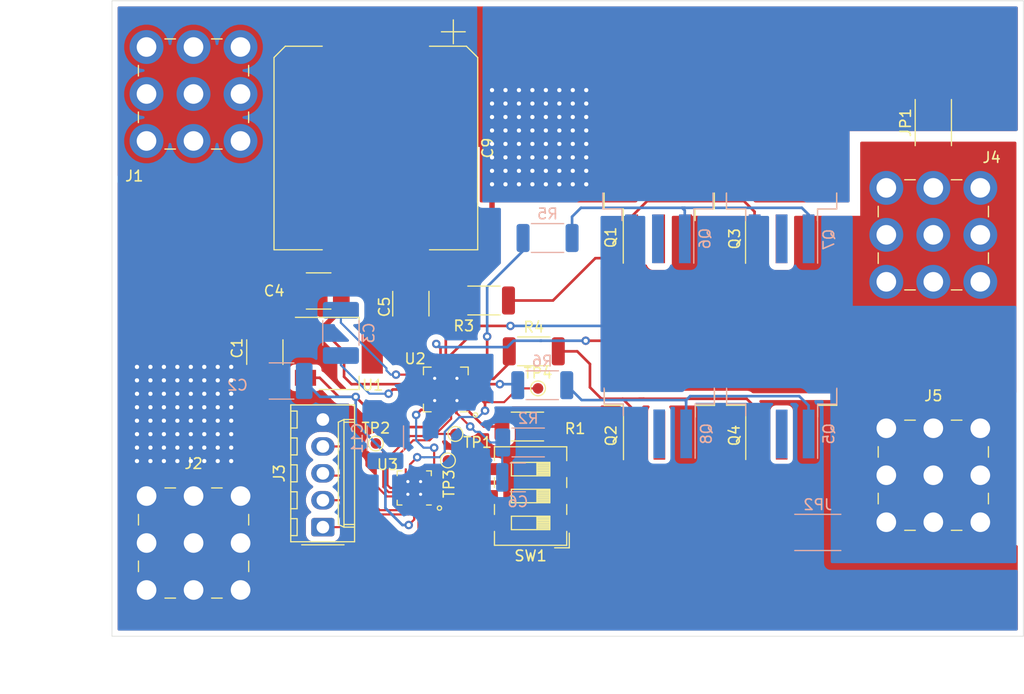
<source format=kicad_pcb>
(kicad_pcb (version 20171130) (host pcbnew "(5.1.10)-1")
  (layers (0 F.Cu signal) (31 B.Cu signal) (34 B.Paste user) (35 F.Paste user) (36 B.SilkS user) (37 F.SilkS user) (38 B.Mask user) (39 F.Mask user) (44 Edge.Cuts user))
  (net 0 "")
  (net 1 GND)
  (net 2 +12V)
  (net 3 +5V)
  (net 4 "Net-(C5-Pad2)")
  (net 5 MOTOR+)
  (net 6 MOTOR-)
  (net 7 GHA)
  (net 8 GLA)
  (net 9 GHB)
  (net 10 GLB)
  (net 11 "Net-(U3-Pad1)")
  (net 12 "Net-(U3-Pad6)")
  (net 13 "Net-(U3-Pad10)")
  (net 14 "Net-(U3-Pad11)")
  (net 15 "Net-(U3-Pad20)")
  (net 16 "Net-(Q1-Pad1)")
  (net 17 "Net-(Q2-Pad1)")
  (net 18 "Net-(Q5-Pad1)")
  (net 19 "Net-(Q6-Pad1)")
  (net 20 "Net-(U3-Pad7)")
  (net 21 "Net-(U3-Pad12)")
  (net 22 ADDR_Select_3)
  (net 23 ADDR_Select_2)
  (net 24 ADDR_Select_1)
  (net 25 SCK_SCL)
  (net 26 MISO)
  (net 27 SDA_MOSI)
  (net 28 A_RESET)
  (net 29 "Net-(C3-Pad1)")
  (net 30 "Net-(C3-Pad2)")
  (net 31 "Net-(R1-Pad2)")
  (net 32 Fault)
  (net 33 Mode)
  (net 34 Dir)
  (net 35 PWM)
  (net 36 "Net-(U2-Pad15)")
  (net 37 "Net-(C6-Pad1)")
  (module TerminalBlock_Wuerth:Wuerth_REDCUBE-THR_WP-THRBU_74650195_THR (layer F.Cu) (at 166.2 65)
    (fp_text reference J4 (at 5.5 -7.3) (layer F.SilkS))
    (fp_text value Motor+)
    (pad 1 thru_hole circle (at 0 0) (size 3.2 3.2) (drill 1.85) (layers *.Cu *.Mask) (net 5 MOTOR+))
    (pad 1 thru_hole circle (at 0 4.435) (size 3.2 3.2) (drill 1.85) (layers *.Cu *.Mask) (net 5 MOTOR+))
    (pad 1 thru_hole circle (at 4.435 0) (size 3.2 3.2) (drill 1.85) (layers *.Cu *.Mask) (net 5 MOTOR+))
    (pad 1 thru_hole circle (at 0 -4.435) (size 3.2 3.2) (drill 1.85) (layers *.Cu *.Mask) (net 5 MOTOR+))
    (pad 1 thru_hole circle (at -4.435 0) (size 3.2 3.2) (drill 1.85) (layers *.Cu *.Mask) (net 5 MOTOR+))
    (pad 1 thru_hole circle (at -4.435 4.435) (size 3.2 3.2) (drill 1.85) (layers *.Cu *.Mask) (net 5 MOTOR+))
    (pad 1 thru_hole circle (at -4.435 -4.435) (size 3.2 3.2) (drill 1.85) (layers *.Cu *.Mask) (net 5 MOTOR+))
    (pad 1 thru_hole circle (at 4.435 -4.435) (size 3.2 3.2) (drill 1.85) (layers *.Cu *.Mask) (net 5 MOTOR+))
    (pad 1 thru_hole circle (at 4.435 4.435) (size 3.2 3.2) (drill 1.85) (layers *.Cu *.Mask) (net 5 MOTOR+))
  )
  (module Button_Switch_SMD:SW_DIP_SPSTx03_Slide_6.7x9.18mm_W8.61mm_P2.54mm_LowProfile (layer F.Cu) (at 128.2 89.662 180)
    (fp_text reference SW1 (at 0 -5.65) (layer F.SilkS))
    (fp_text value SW_DIP_x03)
    (pad 1 smd rect (at -4.305 -2.54 180) (size 2.44 1.12) (layers F.Cu F.Paste F.Mask) (net 1 GND))
    (pad 4 smd rect (at 4.305 2.54 180) (size 2.44 1.12) (layers F.Cu F.Paste F.Mask) (net 24 ADDR_Select_1))
    (pad 2 smd rect (at -4.305 0 180) (size 2.44 1.12) (layers F.Cu F.Paste F.Mask) (net 1 GND))
    (pad 5 smd rect (at 4.305 0 180) (size 2.44 1.12) (layers F.Cu F.Paste F.Mask) (net 23 ADDR_Select_2))
    (pad 3 smd rect (at -4.305 2.54 180) (size 2.44 1.12) (layers F.Cu F.Paste F.Mask) (net 1 GND))
    (pad 6 smd rect (at 4.305 -2.54 180) (size 2.44 1.12) (layers F.Cu F.Paste F.Mask) (net 22 ADDR_Select_3))
  )
  (module Resistor_SMD:R_2010_5025Metric (layer B.Cu) (at 129.3 79.2 180)
    (fp_text reference R6 (at 0 2.28) (layer B.SilkS) (effects (justify mirror)))
    (fp_text value 100)
    (pad 1 smd roundrect (at -2.3125 0 180) (size 1.225 2.65) (layers B.Cu B.Paste B.Mask) (roundrect_rratio 0.2040808163265306) (net 18 "Net-(Q5-Pad1)"))
    (pad 2 smd roundrect (at 2.3125 0 180) (size 1.225 2.65) (layers B.Cu B.Paste B.Mask) (roundrect_rratio 0.2040808163265306) (net 10 GLB))
  )
  (module Package_TO_SOT_SMD:SOT-223 (layer F.Cu) (at 110.109 76.2)
    (fp_text reference U1 (at 3.191 3) (layer F.SilkS))
    (fp_text value L7805)
    (pad 4 smd rect (at 3.15 0) (size 2 3.8) (layers F.Cu F.Paste F.Mask))
    (pad 2 smd rect (at -3.15 0) (size 2 1.5) (layers F.Cu F.Paste F.Mask) (net 1 GND))
    (pad 3 smd rect (at -3.15 2.3) (size 2 1.5) (layers F.Cu F.Paste F.Mask) (net 3 +5V))
    (pad 1 smd rect (at -3.15 -2.3) (size 2 1.5) (layers F.Cu F.Paste F.Mask) (net 2 +12V))
  )
  (module Connector_Molex:Molex_KK-254_AE-6410-05A_1x05_P2.54mm_Vertical (layer F.Cu) (at 108.6 92.6 90)
    (fp_text reference J3 (at 5.08 -4.12 90) (layer F.SilkS))
    (fp_text value Input)
    (pad 1 thru_hole roundrect (at 0 0 90) (size 1.74 2.19) (drill 1.19) (layers *.Cu *.Mask) (roundrect_rratio 0.1436775862068966) (net 28 A_RESET))
    (pad 2 thru_hole oval (at 2.54 0 90) (size 1.74 2.19) (drill 1.19) (layers *.Cu *.Mask) (net 25 SCK_SCL))
    (pad 3 thru_hole oval (at 5.08 0 90) (size 1.74 2.19) (drill 1.19) (layers *.Cu *.Mask) (net 26 MISO))
    (pad 4 thru_hole oval (at 7.62 0 90) (size 1.74 2.19) (drill 1.19) (layers *.Cu *.Mask) (net 27 SDA_MOSI))
    (pad 5 thru_hole oval (at 10.16 0 90) (size 1.74 2.19) (drill 1.19) (layers *.Cu *.Mask) (net 1 GND))
  )
  (module Capacitor_SMD:C_1812_4532Metric_Pad1.57x3.40mm_HandSolder (layer F.Cu) (at 103.124 76.073 270)
    (fp_text reference C1 (at -0.373 2.624 90) (layer F.SilkS))
    (fp_text value 0.33uF)
    (pad 2 smd roundrect (at 2.1375 0 270) (size 1.575 3.4) (layers F.Cu F.Paste F.Mask) (roundrect_rratio 0.1587288888888889) (net 1 GND))
    (pad 1 smd roundrect (at -2.1375 0 270) (size 1.575 3.4) (layers F.Cu F.Paste F.Mask) (roundrect_rratio 0.1587288888888889) (net 2 +12V))
  )
  (module Capacitor_SMD:C_1812_4532Metric_Pad1.57x3.40mm_HandSolder (layer B.Cu) (at 104.7 78.8 180)
    (fp_text reference C2 (at 4.161 -0.396) (layer B.SilkS) (effects (justify mirror)))
    (fp_text value 0.1uF)
    (pad 1 smd roundrect (at -2.1375 0 180) (size 1.575 3.4) (layers B.Cu B.Paste B.Mask) (roundrect_rratio 0.1587288888888889) (net 3 +5V))
    (pad 2 smd roundrect (at 2.1375 0 180) (size 1.575 3.4) (layers B.Cu B.Paste B.Mask) (roundrect_rratio 0.1587288888888889) (net 1 GND))
  )
  (module Capacitor_SMD:CP_Elec_18x17.5 (layer F.Cu) (at 113.6 56.8 270)
    (fp_text reference C9 (at 0 -10.55 90) (layer F.SilkS))
    (fp_text value 4700uF)
    (pad 2 smd roundrect (at 6.75 0 270) (size 8.8 9.6) (layers F.Cu F.Paste F.Mask) (roundrect_rratio 0.02840875) (net 1 GND))
    (pad 1 smd roundrect (at -6.75 0 270) (size 8.8 9.6) (layers F.Cu F.Paste F.Mask) (roundrect_rratio 0.02840875) (net 2 +12V))
  )
  (module Capacitor_SMD:C_1812_4532Metric_Pad1.57x3.40mm_HandSolder (layer B.Cu) (at 114.5 84.2 270)
    (fp_text reference C11 (at 0 2.65 90) (layer B.SilkS) (effects (justify mirror)))
    (fp_text value 0.1uF)
    (pad 1 smd roundrect (at -2.1375 0 270) (size 1.575 3.4) (layers B.Cu B.Paste B.Mask) (roundrect_rratio 0.1587288888888889) (net 1 GND))
    (pad 2 smd roundrect (at 2.1375 0 270) (size 1.575 3.4) (layers B.Cu B.Paste B.Mask) (roundrect_rratio 0.1587288888888889) (net 3 +5V))
  )
  (module TerminalBlock_Wuerth:Wuerth_REDCUBE-THR_WP-THRBU_74650195_THR (layer F.Cu) (at 96.393 51.7)
    (fp_text reference J1 (at -5.588 7.747) (layer F.SilkS))
    (fp_text value Batt+)
    (pad 1 thru_hole circle (at 4.435 4.435) (size 3.2 3.2) (drill 1.85) (layers *.Cu *.Mask) (net 2 +12V))
    (pad 1 thru_hole circle (at 4.435 -4.435) (size 3.2 3.2) (drill 1.85) (layers *.Cu *.Mask) (net 2 +12V))
    (pad 1 thru_hole circle (at -4.435 -4.435) (size 3.2 3.2) (drill 1.85) (layers *.Cu *.Mask) (net 2 +12V))
    (pad 1 thru_hole circle (at -4.435 4.435) (size 3.2 3.2) (drill 1.85) (layers *.Cu *.Mask) (net 2 +12V))
    (pad 1 thru_hole circle (at -4.435 0) (size 3.2 3.2) (drill 1.85) (layers *.Cu *.Mask) (net 2 +12V))
    (pad 1 thru_hole circle (at 0 -4.435) (size 3.2 3.2) (drill 1.85) (layers *.Cu *.Mask) (net 2 +12V))
    (pad 1 thru_hole circle (at 4.435 0) (size 3.2 3.2) (drill 1.85) (layers *.Cu *.Mask) (net 2 +12V))
    (pad 1 thru_hole circle (at 0 4.435) (size 3.2 3.2) (drill 1.85) (layers *.Cu *.Mask) (net 2 +12V))
    (pad 1 thru_hole circle (at 0 0) (size 3.2 3.2) (drill 1.85) (layers *.Cu *.Mask) (net 2 +12V))
  )
  (module TerminalBlock_Wuerth:Wuerth_REDCUBE-THR_WP-THRBU_74650195_THR (layer F.Cu) (at 96.4 94.1)
    (fp_text reference J2 (at 0 -7.5) (layer F.SilkS))
    (fp_text value Batt-)
    (pad 1 thru_hole circle (at 0 0) (size 3.2 3.2) (drill 1.85) (layers *.Cu *.Mask) (net 1 GND))
    (pad 1 thru_hole circle (at 0 4.435) (size 3.2 3.2) (drill 1.85) (layers *.Cu *.Mask) (net 1 GND))
    (pad 1 thru_hole circle (at 4.435 0) (size 3.2 3.2) (drill 1.85) (layers *.Cu *.Mask) (net 1 GND))
    (pad 1 thru_hole circle (at 0 -4.435) (size 3.2 3.2) (drill 1.85) (layers *.Cu *.Mask) (net 1 GND))
    (pad 1 thru_hole circle (at -4.435 0) (size 3.2 3.2) (drill 1.85) (layers *.Cu *.Mask) (net 1 GND))
    (pad 1 thru_hole circle (at -4.435 4.435) (size 3.2 3.2) (drill 1.85) (layers *.Cu *.Mask) (net 1 GND))
    (pad 1 thru_hole circle (at -4.435 -4.435) (size 3.2 3.2) (drill 1.85) (layers *.Cu *.Mask) (net 1 GND))
    (pad 1 thru_hole circle (at 4.435 -4.435) (size 3.2 3.2) (drill 1.85) (layers *.Cu *.Mask) (net 1 GND))
    (pad 1 thru_hole circle (at 4.435 4.435) (size 3.2 3.2) (drill 1.85) (layers *.Cu *.Mask) (net 1 GND))
  )
  (module TerminalBlock_Wuerth:Wuerth_REDCUBE-THR_WP-THRBU_74650195_THR (layer F.Cu) (at 166.2 87.7)
    (fp_text reference J5 (at 0 -7.5) (layer F.SilkS))
    (fp_text value Motor-)
    (pad 1 thru_hole circle (at 4.435 4.435) (size 3.2 3.2) (drill 1.85) (layers *.Cu *.Mask) (net 6 MOTOR-))
    (pad 1 thru_hole circle (at 4.435 -4.435) (size 3.2 3.2) (drill 1.85) (layers *.Cu *.Mask) (net 6 MOTOR-))
    (pad 1 thru_hole circle (at -4.435 -4.435) (size 3.2 3.2) (drill 1.85) (layers *.Cu *.Mask) (net 6 MOTOR-))
    (pad 1 thru_hole circle (at -4.435 4.435) (size 3.2 3.2) (drill 1.85) (layers *.Cu *.Mask) (net 6 MOTOR-))
    (pad 1 thru_hole circle (at -4.435 0) (size 3.2 3.2) (drill 1.85) (layers *.Cu *.Mask) (net 6 MOTOR-))
    (pad 1 thru_hole circle (at 0 -4.435) (size 3.2 3.2) (drill 1.85) (layers *.Cu *.Mask) (net 6 MOTOR-))
    (pad 1 thru_hole circle (at 4.435 0) (size 3.2 3.2) (drill 1.85) (layers *.Cu *.Mask) (net 6 MOTOR-))
    (pad 1 thru_hole circle (at 0 4.435) (size 3.2 3.2) (drill 1.85) (layers *.Cu *.Mask) (net 6 MOTOR-))
    (pad 1 thru_hole circle (at 0 0) (size 3.2 3.2) (drill 1.85) (layers *.Cu *.Mask) (net 6 MOTOR-))
  )
  (module Package_TO_SOT_SMD:TO-263-3_TabPin2 (layer F.Cu) (at 140.335 59.601 90)
    (fp_text reference Q1 (at -5.642 -4.572 90) (layer F.SilkS))
    (fp_text value IRF1404)
    (pad 1 smd rect (at -5.775 -2.54 90) (size 4.6 1.1) (layers F.Cu F.Paste F.Mask) (net 16 "Net-(Q1-Pad1)"))
    (pad 2 smd rect (at -5.775 0 90) (size 4.6 1.1) (layers F.Cu F.Paste F.Mask) (net 2 +12V))
    (pad 3 smd rect (at -5.775 2.54 90) (size 4.6 1.1) (layers F.Cu F.Paste F.Mask) (net 5 MOTOR+))
    (pad 2 smd rect (at 3.375 0 90) (size 9.4 10.8) (layers F.Cu F.Mask) (net 2 +12V))
  )
  (module Package_TO_SOT_SMD:TO-263-3_TabPin2 (layer F.Cu) (at 140.354 78.155 90)
    (fp_text reference Q2 (at -5.805001 -4.563001 90) (layer F.SilkS))
    (fp_text value IRF1404)
    (pad 2 smd rect (at 3.375 0 90) (size 9.4 10.8) (layers F.Cu F.Mask) (net 5 MOTOR+))
    (pad 3 smd rect (at -5.775 2.54 90) (size 4.6 1.1) (layers F.Cu F.Paste F.Mask) (net 1 GND))
    (pad 2 smd rect (at -5.775 0 90) (size 4.6 1.1) (layers F.Cu F.Paste F.Mask) (net 5 MOTOR+))
    (pad 1 smd rect (at -5.775 -2.54 90) (size 4.6 1.1) (layers F.Cu F.Paste F.Mask) (net 17 "Net-(Q2-Pad1)"))
  )
  (module Package_TO_SOT_SMD:TO-263-3_TabPin2 (layer F.Cu) (at 151.873 59.613 90)
    (fp_text reference Q3 (at -5.757 -4.426 90) (layer F.SilkS))
    (fp_text value IRF1404)
    (pad 2 smd rect (at 3.375 0 90) (size 9.4 10.8) (layers F.Cu F.Mask) (net 2 +12V))
    (pad 3 smd rect (at -5.775 2.54 90) (size 4.6 1.1) (layers F.Cu F.Paste F.Mask) (net 5 MOTOR+))
    (pad 2 smd rect (at -5.775 0 90) (size 4.6 1.1) (layers F.Cu F.Paste F.Mask) (net 2 +12V))
    (pad 1 smd rect (at -5.775 -2.54 90) (size 4.6 1.1) (layers F.Cu F.Paste F.Mask) (net 16 "Net-(Q1-Pad1)"))
  )
  (module Package_TO_SOT_SMD:TO-263-3_TabPin2 (layer F.Cu) (at 151.892 78.143 90)
    (fp_text reference Q4 (at -5.805001 -4.467001 90) (layer F.SilkS))
    (fp_text value IRF1404)
    (pad 1 smd rect (at -5.775 -2.54 90) (size 4.6 1.1) (layers F.Cu F.Paste F.Mask) (net 17 "Net-(Q2-Pad1)"))
    (pad 2 smd rect (at -5.775 0 90) (size 4.6 1.1) (layers F.Cu F.Paste F.Mask) (net 5 MOTOR+))
    (pad 3 smd rect (at -5.775 2.54 90) (size 4.6 1.1) (layers F.Cu F.Paste F.Mask) (net 1 GND))
    (pad 2 smd rect (at 3.375 0 90) (size 9.4 10.8) (layers F.Cu F.Mask) (net 5 MOTOR+))
  )
  (module Package_TO_SOT_SMD:TO-263-3_TabPin2 (layer B.Cu) (at 151.892 78.028 90)
    (fp_text reference Q5 (at -5.757 4.445 270) (layer B.SilkS) (effects (justify mirror)))
    (fp_text value IRF1404)
    (pad 2 smd rect (at 3.375 0 90) (size 9.4 10.8) (layers B.Cu B.Mask) (net 6 MOTOR-))
    (pad 3 smd rect (at -5.775 -2.54 90) (size 4.6 1.1) (layers B.Cu B.Paste B.Mask) (net 1 GND))
    (pad 2 smd rect (at -5.775 0 90) (size 4.6 1.1) (layers B.Cu B.Paste B.Mask) (net 6 MOTOR-))
    (pad 1 smd rect (at -5.775 2.54 90) (size 4.6 1.1) (layers B.Cu B.Paste B.Mask) (net 18 "Net-(Q5-Pad1)"))
  )
  (module Package_TO_SOT_SMD:TO-263-3_TabPin2 (layer B.Cu) (at 140.208 59.601 90)
    (fp_text reference Q6 (at -5.752001 4.445 270) (layer B.SilkS) (effects (justify mirror)))
    (fp_text value IRF1404)
    (pad 1 smd rect (at -5.775 2.54 90) (size 4.6 1.1) (layers B.Cu B.Paste B.Mask) (net 19 "Net-(Q6-Pad1)"))
    (pad 2 smd rect (at -5.775 0 90) (size 4.6 1.1) (layers B.Cu B.Paste B.Mask) (net 2 +12V))
    (pad 3 smd rect (at -5.775 -2.54 90) (size 4.6 1.1) (layers B.Cu B.Paste B.Mask) (net 6 MOTOR-))
    (pad 2 smd rect (at 3.375 0 90) (size 9.4 10.8) (layers B.Cu B.Mask) (net 2 +12V))
  )
  (module Package_TO_SOT_SMD:TO-263-3_TabPin2 (layer B.Cu) (at 140.335 78.016 90)
    (fp_text reference Q8 (at -5.769 4.445 270) (layer B.SilkS) (effects (justify mirror)))
    (fp_text value IRF1404)
    (pad 1 smd rect (at -5.775 2.54 90) (size 4.6 1.1) (layers B.Cu B.Paste B.Mask) (net 18 "Net-(Q5-Pad1)"))
    (pad 2 smd rect (at -5.775 0 90) (size 4.6 1.1) (layers B.Cu B.Paste B.Mask) (net 6 MOTOR-))
    (pad 3 smd rect (at -5.775 -2.54 90) (size 4.6 1.1) (layers B.Cu B.Paste B.Mask) (net 1 GND))
    (pad 2 smd rect (at 3.375 0 90) (size 9.4 10.8) (layers B.Cu B.Mask) (net 6 MOTOR-))
  )
  (module Package_TO_SOT_SMD:TO-263-3_TabPin2 (layer B.Cu) (at 151.892 59.601 90)
    (fp_text reference Q7 (at -5.842 4.445 270) (layer B.SilkS) (effects (justify mirror)))
    (fp_text value IRF1404)
    (pad 1 smd rect (at -5.775 2.54 90) (size 4.6 1.1) (layers B.Cu B.Paste B.Mask) (net 19 "Net-(Q6-Pad1)"))
    (pad 2 smd rect (at -5.775 0 90) (size 4.6 1.1) (layers B.Cu B.Paste B.Mask) (net 2 +12V))
    (pad 3 smd rect (at -5.775 -2.54 90) (size 4.6 1.1) (layers B.Cu B.Paste B.Mask) (net 6 MOTOR-))
    (pad 2 smd rect (at 3.375 0 90) (size 9.4 10.8) (layers B.Cu B.Mask) (net 2 +12V))
  )
  (module Resistor_SMD:R_2512_6332Metric (layer F.Cu) (at 166.2 54.4 90)
    (fp_text reference JP1 (at 0 -2.62 90) (layer F.SilkS))
    (fp_text value "Thermal Jumper")
    (pad 1 smd roundrect (at -2.9625 0 90) (size 1.225 3.35) (layers F.Cu F.Paste F.Mask) (roundrect_rratio 0.2040808163265306) (net 5 MOTOR+))
    (pad 2 smd roundrect (at 2.9625 0 90) (size 1.225 3.35) (layers F.Cu F.Paste F.Mask) (roundrect_rratio 0.2040808163265306) (net 2 +12V))
  )
  (module Resistor_SMD:R_2512_6332Metric (layer B.Cu) (at 155.3 93.1 180)
    (fp_text reference JP2 (at 0 2.62) (layer B.SilkS) (effects (justify mirror)))
    (fp_text value "Thermal Jumper")
    (pad 2 smd roundrect (at 2.9625 0 180) (size 1.225 3.35) (layers B.Cu B.Paste B.Mask) (roundrect_rratio 0.2040808163265306) (net 1 GND))
    (pad 1 smd roundrect (at -2.9625 0 180) (size 1.225 3.35) (layers B.Cu B.Paste B.Mask) (roundrect_rratio 0.2040808163265306) (net 6 MOTOR-))
  )
  (module Resistor_SMD:R_2010_5025Metric (layer F.Cu) (at 123.8 71.2)
    (fp_text reference R3 (at -1.9 2.4) (layer F.SilkS))
    (fp_text value 100)
    (pad 1 smd roundrect (at -2.3125 0) (size 1.225 2.65) (layers F.Cu F.Paste F.Mask) (roundrect_rratio 0.2040808163265306) (net 7 GHA))
    (pad 2 smd roundrect (at 2.3125 0) (size 1.225 2.65) (layers F.Cu F.Paste F.Mask) (roundrect_rratio 0.2040808163265306) (net 16 "Net-(Q1-Pad1)"))
  )
  (module Resistor_SMD:R_2010_5025Metric (layer F.Cu) (at 128.5 76)
    (fp_text reference R4 (at 0 -2.28) (layer F.SilkS))
    (fp_text value 100)
    (pad 2 smd roundrect (at 2.3125 0) (size 1.225 2.65) (layers F.Cu F.Paste F.Mask) (roundrect_rratio 0.2040808163265306) (net 17 "Net-(Q2-Pad1)"))
    (pad 1 smd roundrect (at -2.3125 0) (size 1.225 2.65) (layers F.Cu F.Paste F.Mask) (roundrect_rratio 0.2040808163265306) (net 8 GLA))
  )
  (module Resistor_SMD:R_2010_5025Metric (layer B.Cu) (at 129.8 65.3 180)
    (fp_text reference R5 (at 0 2.28) (layer B.SilkS) (effects (justify mirror)))
    (fp_text value 100)
    (pad 2 smd roundrect (at 2.3125 0 180) (size 1.225 2.65) (layers B.Cu B.Paste B.Mask) (roundrect_rratio 0.2040808163265306) (net 9 GHB))
    (pad 1 smd roundrect (at -2.3125 0 180) (size 1.225 2.65) (layers B.Cu B.Paste B.Mask) (roundrect_rratio 0.2040808163265306) (net 19 "Net-(Q6-Pad1)"))
  )
  (module Capacitor_SMD:C_1812_4532Metric_Pad1.57x3.40mm_HandSolder (layer B.Cu) (at 110.3 74.2625 90)
    (fp_text reference C3 (at 0 2.65 270) (layer B.SilkS) (effects (justify mirror)))
    (fp_text value 0.1uF)
    (pad 1 smd roundrect (at -2.1375 0 90) (size 1.575 3.4) (layers B.Cu B.Paste B.Mask) (roundrect_rratio 0.1587288888888889) (net 29 "Net-(C3-Pad1)"))
    (pad 2 smd roundrect (at 2.1375 0 90) (size 1.575 3.4) (layers B.Cu B.Paste B.Mask) (roundrect_rratio 0.1587288888888889) (net 30 "Net-(C3-Pad2)"))
  )
  (module Capacitor_SMD:C_1812_4532Metric_Pad1.57x3.40mm_HandSolder (layer F.Cu) (at 116.9 71.5 270)
    (fp_text reference C5 (at 0.3 2.5 90) (layer F.SilkS))
    (fp_text value 0.47uF)
    (pad 1 smd roundrect (at -2.1375 0 270) (size 1.575 3.4) (layers F.Cu F.Paste F.Mask) (roundrect_rratio 0.1587288888888889) (net 2 +12V))
    (pad 2 smd roundrect (at 2.1375 0 270) (size 1.575 3.4) (layers F.Cu F.Paste F.Mask) (roundrect_rratio 0.1587288888888889) (net 4 "Net-(C5-Pad2)"))
  )
  (module Resistor_SMD:R_2010_5025Metric_Pad1.40x2.65mm_HandSolder (layer F.Cu) (at 127.9 83.1 180)
    (fp_text reference R1 (at -4.5 -0.2) (layer F.SilkS))
    (fp_text value 15k)
    (pad 1 smd roundrect (at -2.4 0 180) (size 1.4 2.65) (layers F.Cu F.Paste F.Mask) (roundrect_rratio 0.1785707142857143) (net 1 GND))
    (pad 2 smd roundrect (at 2.4 0 180) (size 1.4 2.65) (layers F.Cu F.Paste F.Mask) (roundrect_rratio 0.1785707142857143) (net 31 "Net-(R1-Pad2)"))
  )
  (module Package_DFN_QFN:MLF-20-1EP_4x4mm_P0.5mm_EP2.6x2.6mm_ThermalVias (layer F.Cu) (at 120.2 79.6 180)
    (fp_text reference U2 (at 2.9 2.9) (layer F.SilkS))
    (fp_text value a4956)
    (pad 1 smd roundrect (at -1.925 -1 180) (size 0.85 0.25) (layers F.Cu F.Paste F.Mask) (net 31 "Net-(R1-Pad2)"))
    (pad 2 smd roundrect (at -1.925 -0.5 180) (size 0.85 0.25) (layers F.Cu F.Paste F.Mask) (net 33 Mode))
    (pad 3 smd roundrect (at -1.925 0 180) (size 0.85 0.25) (layers F.Cu F.Paste F.Mask) (net 1 GND))
    (pad 4 smd roundrect (at -1.925 0.5 180) (size 0.85 0.25) (layers F.Cu F.Paste F.Mask) (net 10 GLB))
    (pad 5 smd roundrect (at -1.925 1 180) (size 0.85 0.25) (layers F.Cu F.Paste F.Mask) (net 8 GLA))
    (pad 6 smd roundrect (at -1 1.925 180) (size 0.25 0.85) (layers F.Cu F.Paste F.Mask) (net 9 GHB))
    (pad 7 smd roundrect (at -0.5 1.925 180) (size 0.25 0.85) (layers F.Cu F.Paste F.Mask) (net 6 MOTOR-))
    (pad 8 smd roundrect (at 0 1.925 180) (size 0.25 0.85) (layers F.Cu F.Paste F.Mask) (net 7 GHA))
    (pad 9 smd roundrect (at 0.5 1.925 180) (size 0.25 0.85) (layers F.Cu F.Paste F.Mask) (net 5 MOTOR+))
    (pad 10 smd roundrect (at 1 1.925 180) (size 0.25 0.85) (layers F.Cu F.Paste F.Mask) (net 4 "Net-(C5-Pad2)"))
    (pad 11 smd roundrect (at 1.925 1 180) (size 0.85 0.25) (layers F.Cu F.Paste F.Mask) (net 30 "Net-(C3-Pad2)"))
    (pad 12 smd roundrect (at 1.925 0.5 180) (size 0.85 0.25) (layers F.Cu F.Paste F.Mask) (net 2 +12V))
    (pad 13 smd roundrect (at 1.925 0 180) (size 0.85 0.25) (layers F.Cu F.Paste F.Mask) (net 29 "Net-(C3-Pad1)"))
    (pad 14 smd roundrect (at 1.925 -0.5 180) (size 0.85 0.25) (layers F.Cu F.Paste F.Mask) (net 1 GND))
    (pad 15 smd roundrect (at 1.925 -1 180) (size 0.85 0.25) (layers F.Cu F.Paste F.Mask) (net 36 "Net-(U2-Pad15)"))
    (pad 16 smd roundrect (at 1 -1.925 180) (size 0.25 0.85) (layers F.Cu F.Paste F.Mask) (net 32 Fault))
    (pad 17 smd roundrect (at 0.5 -1.925 180) (size 0.25 0.85) (layers F.Cu F.Paste F.Mask) (net 3 +5V))
    (pad 18 smd roundrect (at 0 -1.925 180) (size 0.25 0.85) (layers F.Cu F.Paste F.Mask) (net 35 PWM))
    (pad 19 smd roundrect (at -0.5 -1.925 180) (size 0.25 0.85) (layers F.Cu F.Paste F.Mask) (net 34 Dir))
    (pad 20 smd roundrect (at -1 -1.925 180) (size 0.25 0.85) (layers F.Cu F.Paste F.Mask) (net 37 "Net-(C6-Pad1)"))
    (pad 21 smd rect (at 0 0 180) (size 2.6 2.6) (layers F.Cu F.Mask) (net 1 GND))
    (pad 21 thru_hole circle (at -1.05 -1.05 180) (size 0.5 0.5) (drill 0.3) (layers *.Cu) (net 1 GND))
    (pad 21 thru_hole circle (at 1.05 -1.05 180) (size 0.5 0.5) (drill 0.3) (layers *.Cu) (net 1 GND))
    (pad 21 thru_hole circle (at -1.05 1.05 180) (size 0.5 0.5) (drill 0.3) (layers *.Cu) (net 1 GND))
    (pad 21 thru_hole circle (at 1.05 1.05 180) (size 0.5 0.5) (drill 0.3) (layers *.Cu) (net 1 GND))
    (pad 21 smd rect (at 0 0 180) (size 2.6 2.6) (layers B.Cu) (net 1 GND))
  )
  (module Capacitor_SMD:C_1812_4532Metric_Pad1.57x3.40mm_HandSolder (layer F.Cu) (at 108.2 70.3)
    (fp_text reference C4 (at -4.2 0) (layer F.SilkS))
    (fp_text value 0.1uF)
    (pad 1 smd roundrect (at -2.1375 0) (size 1.575 3.4) (layers F.Cu F.Paste F.Mask) (roundrect_rratio 0.1587288888888889) (net 1 GND))
    (pad 2 smd roundrect (at 2.1375 0) (size 1.575 3.4) (layers F.Cu F.Paste F.Mask) (roundrect_rratio 0.1587288888888889) (net 2 +12V))
  )
  (module Package_DFN_QFN:VQFN-20-1EP_3x3mm_P0.4mm_EP1.7x1.7mm_ThermalVias (layer F.Cu) (at 117.221 88.9 180)
    (fp_text reference U3 (at 2.521 2.2) (layer F.SilkS))
    (fp_text value Attiny4313)
    (pad 1 smd custom (at -1.45 -0.8 180) (size 0.143431 0.143431) (layers F.Cu F.Paste F.Mask) (net 11 "Net-(U3-Pad1)") (options (clearance outline) (anchor circle)) (primitives (gr_poly (pts (xy -0.35 -0.05) (xy 0.299289 -0.05) (xy 0.35 0.000711) (xy 0.35 0.05) (xy -0.35 0.05)) (width 0.1))))
    (pad 2 smd roundrect (at -1.45 -0.4 180) (size 0.8 0.2) (layers F.Cu F.Paste F.Mask) (net 22 ADDR_Select_3))
    (pad 3 smd roundrect (at -1.45 0 180) (size 0.8 0.2) (layers F.Cu F.Paste F.Mask) (net 23 ADDR_Select_2))
    (pad 4 smd roundrect (at -1.45 0.4 180) (size 0.8 0.2) (layers F.Cu F.Paste F.Mask) (net 24 ADDR_Select_1))
    (pad 5 smd custom (at -1.45 0.8 180) (size 0.143431 0.143431) (layers F.Cu F.Paste F.Mask) (net 32 Fault) (options (clearance outline) (anchor circle)) (primitives (gr_poly (pts (xy -0.35 -0.05) (xy 0.35 -0.05) (xy 0.35 -0.000711) (xy 0.299289 0.05) (xy -0.35 0.05)) (width 0.1))))
    (pad 6 smd custom (at -0.8 1.45 180) (size 0.143431 0.143431) (layers F.Cu F.Paste F.Mask) (net 12 "Net-(U3-Pad6)") (options (clearance outline) (anchor circle)) (primitives (gr_poly (pts (xy -0.05 -0.299289) (xy 0.000711 -0.35) (xy 0.05 -0.35) (xy 0.05 0.35) (xy -0.05 0.35)) (width 0.1))))
    (pad 7 smd roundrect (at -0.4 1.45 180) (size 0.2 0.8) (layers F.Cu F.Paste F.Mask) (net 20 "Net-(U3-Pad7)"))
    (pad 8 smd roundrect (at 0 1.45 180) (size 0.2 0.8) (layers F.Cu F.Paste F.Mask) (net 1 GND))
    (pad 9 smd roundrect (at 0.4 1.45 180) (size 0.2 0.8) (layers F.Cu F.Paste F.Mask) (net 33 Mode))
    (pad 10 smd custom (at 0.8 1.45 180) (size 0.143431 0.143431) (layers F.Cu F.Paste F.Mask) (net 13 "Net-(U3-Pad10)") (options (clearance outline) (anchor circle)) (primitives (gr_poly (pts (xy -0.05 -0.35) (xy -0.000711 -0.35) (xy 0.05 -0.299289) (xy 0.05 0.35) (xy -0.05 0.35)) (width 0.1))))
    (pad 11 smd custom (at 1.45 0.8 180) (size 0.143431 0.143431) (layers F.Cu F.Paste F.Mask) (net 14 "Net-(U3-Pad11)") (options (clearance outline) (anchor circle)) (primitives (gr_poly (pts (xy -0.35 -0.05) (xy 0.35 -0.05) (xy 0.35 0.05) (xy -0.299289 0.05) (xy -0.35 -0.000711)) (width 0.1))))
    (pad 12 smd roundrect (at 1.45 0.4 180) (size 0.8 0.2) (layers F.Cu F.Paste F.Mask) (net 21 "Net-(U3-Pad12)"))
    (pad 13 smd roundrect (at 1.45 0 180) (size 0.8 0.2) (layers F.Cu F.Paste F.Mask) (net 34 Dir))
    (pad 14 smd roundrect (at 1.45 -0.4 180) (size 0.8 0.2) (layers F.Cu F.Paste F.Mask) (net 35 PWM))
    (pad 15 smd custom (at 1.45 -0.8 180) (size 0.143431 0.143431) (layers F.Cu F.Paste F.Mask) (net 27 SDA_MOSI) (options (clearance outline) (anchor circle)) (primitives (gr_poly (pts (xy -0.35 0.000711) (xy -0.299289 -0.05) (xy 0.35 -0.05) (xy 0.35 0.05) (xy -0.35 0.05)) (width 0.1))))
    (pad 16 smd custom (at 0.8 -1.45 180) (size 0.143431 0.143431) (layers F.Cu F.Paste F.Mask) (net 26 MISO) (options (clearance outline) (anchor circle)) (primitives (gr_poly (pts (xy -0.05 -0.35) (xy 0.05 -0.35) (xy 0.05 0.299289) (xy -0.000711 0.35) (xy -0.05 0.35)) (width 0.1))))
    (pad 17 smd roundrect (at 0.4 -1.45 180) (size 0.2 0.8) (layers F.Cu F.Paste F.Mask) (net 25 SCK_SCL))
    (pad 18 smd roundrect (at 0 -1.45 180) (size 0.2 0.8) (layers F.Cu F.Paste F.Mask) (net 3 +5V))
    (pad 19 smd roundrect (at -0.4 -1.45 180) (size 0.2 0.8) (layers F.Cu F.Paste F.Mask) (net 28 A_RESET))
    (pad 20 smd custom (at -0.8 -1.45 180) (size 0.143431 0.143431) (layers F.Cu F.Paste F.Mask) (net 15 "Net-(U3-Pad20)") (options (clearance outline) (anchor circle)) (primitives (gr_poly (pts (xy -0.05 -0.35) (xy 0.05 -0.35) (xy 0.05 0.35) (xy 0.000711 0.35) (xy -0.05 0.299289)) (width 0.1))))
    (pad 21 smd rect (at 0 0 180) (size 1.7 1.7) (layers F.Cu F.Mask) (net 1 GND))
    (pad 21 thru_hole circle (at -0.6 -0.6 180) (size 0.5 0.5) (drill 0.3) (layers *.Cu) (net 1 GND))
    (pad 21 thru_hole circle (at 0.6 -0.6 180) (size 0.5 0.5) (drill 0.3) (layers *.Cu) (net 1 GND))
    (pad 21 thru_hole circle (at -0.6 0.6 180) (size 0.5 0.5) (drill 0.3) (layers *.Cu) (net 1 GND))
    (pad 21 thru_hole circle (at 0.6 0.6 180) (size 0.5 0.5) (drill 0.3) (layers *.Cu) (net 1 GND))
    (pad 21 smd rect (at 0 0 180) (size 1.7 1.7) (layers B.Cu) (net 1 GND))
  )
  (module Capacitor_SMD:C_1210_3225Metric (layer B.Cu) (at 127 87.9)
    (fp_text reference C6 (at 0 2.3) (layer B.SilkS) (effects (justify mirror)))
    (fp_text value 600pF)
    (pad 1 smd roundrect (at -1.475 0) (size 1.15 2.7) (layers B.Cu B.Paste B.Mask) (roundrect_rratio 0.2173904347826087) (net 37 "Net-(C6-Pad1)"))
    (pad 2 smd roundrect (at 1.475 0) (size 1.15 2.7) (layers B.Cu B.Paste B.Mask) (roundrect_rratio 0.2173904347826087) (net 1 GND))
  )
  (module Resistor_SMD:R_2010_5025Metric_Pad1.40x2.65mm_HandSolder (layer B.Cu) (at 127.975001 84.605001 180)
    (fp_text reference R2 (at 0 2.28) (layer B.SilkS) (effects (justify mirror)))
    (fp_text value 15k)
    (pad 1 smd roundrect (at -2.4 0 180) (size 1.4 2.65) (layers B.Cu B.Paste B.Mask) (roundrect_rratio 0.1785707142857143) (net 1 GND))
    (pad 2 smd roundrect (at 2.4 0 180) (size 1.4 2.65) (layers B.Cu B.Paste B.Mask) (roundrect_rratio 0.1785707142857143) (net 37 "Net-(C6-Pad1)"))
  )
  (module TestPoint:TestPoint_Pad_D1.0mm (layer F.Cu) (at 121.1 83.8)
    (fp_text reference TP1 (at 2.1 0.8) (layer F.SilkS))
    (fp_text value TestPoint)
    (pad 1 smd circle (at 0 0) (size 1 1) (layers F.Cu F.Mask) (net 34 Dir))
  )
  (module TestPoint:TestPoint_Pad_D1.0mm (layer F.Cu) (at 113.6 84.7)
    (fp_text reference TP2 (at 0 -1.448) (layer F.SilkS))
    (fp_text value TestPoint)
    (pad 1 smd circle (at 0 0) (size 1 1) (layers F.Cu F.Mask) (net 35 PWM))
  )
  (module TestPoint:TestPoint_Pad_D1.0mm (layer F.Cu) (at 120.4 86.3)
    (fp_text reference TP3 (at 0.1 2.2 90) (layer F.SilkS))
    (fp_text value TestPoint)
    (pad 1 smd circle (at 0 0) (size 1 1) (layers F.Cu F.Mask) (net 32 Fault))
  )
  (module TestPoint:TestPoint_Pad_D1.0mm (layer F.Cu) (at 128.9 79.5)
    (fp_text reference TP4 (at 0 -1.448) (layer F.SilkS))
    (fp_text value TestPoint)
    (pad 1 smd circle (at 0 0) (size 1 1) (layers F.Cu F.Mask) (net 33 Mode))
  )
  (gr_circle (center 123 82) (end 123.2 82) (layer F.SilkS) (width 0.12))
  (gr_circle (center 119.6 90.8) (end 119.8 90.8) (layer F.SilkS) (width 0.12))
  (gr_line (start 174.7 102.9) (end 174.7 42.9) (layer Edge.Cuts) (width 0.05))
  (gr_line (start 88.7 42.9) (end 174.7 42.9) (layer Edge.Cuts) (width 0.05))
  (gr_line (start 88.7 102.9) (end 88.7 42.9) (layer Edge.Cuts) (width 0.05))
  (gr_line (start 88.7 102.9) (end 174.7 102.9) (layer Edge.Cuts) (width 0.05))
  (via (at 91.059 77.47) (size 0.8) (drill 0.4) (layers F.Cu B.Cu) (net 1))
  (segment (start 106.959 76.454) (end 107.696 76.454) (width 0.508) (layer F.Cu) (net 1))
  (via (at 92.329 77.47) (size 0.8) (drill 0.4) (layers F.Cu B.Cu) (net 1))
  (via (at 93.599 77.47) (size 0.8) (drill 0.4) (layers F.Cu B.Cu) (net 1))
  (via (at 94.869 77.47) (size 0.8) (drill 0.4) (layers F.Cu B.Cu) (net 1))
  (via (at 96.139 77.47) (size 0.8) (drill 0.4) (layers F.Cu B.Cu) (net 1))
  (via (at 97.409 77.47) (size 0.8) (drill 0.4) (layers F.Cu B.Cu) (net 1))
  (via (at 98.679 77.47) (size 0.8) (drill 0.4) (layers F.Cu B.Cu) (net 1))
  (via (at 99.949 77.47) (size 0.8) (drill 0.4) (layers F.Cu B.Cu) (net 1))
  (via (at 91.059 78.74) (size 0.8) (drill 0.4) (layers F.Cu B.Cu) (net 1))
  (via (at 92.329 78.74) (size 0.8) (drill 0.4) (layers F.Cu B.Cu) (net 1))
  (via (at 93.599 78.74) (size 0.8) (drill 0.4) (layers F.Cu B.Cu) (net 1))
  (via (at 94.869 78.74) (size 0.8) (drill 0.4) (layers F.Cu B.Cu) (net 1))
  (via (at 96.139 78.74) (size 0.8) (drill 0.4) (layers F.Cu B.Cu) (net 1))
  (via (at 97.409 78.74) (size 0.8) (drill 0.4) (layers F.Cu B.Cu) (net 1))
  (via (at 98.679 78.74) (size 0.8) (drill 0.4) (layers F.Cu B.Cu) (net 1))
  (via (at 99.949 78.74) (size 0.8) (drill 0.4) (layers F.Cu B.Cu) (net 1))
  (via (at 91.059 80.01) (size 0.8) (drill 0.4) (layers F.Cu B.Cu) (net 1))
  (via (at 92.329 80.01) (size 0.8) (drill 0.4) (layers F.Cu B.Cu) (net 1))
  (via (at 93.599 80.01) (size 0.8) (drill 0.4) (layers F.Cu B.Cu) (net 1))
  (via (at 94.869 80.01) (size 0.8) (drill 0.4) (layers F.Cu B.Cu) (net 1))
  (via (at 96.139 80.01) (size 0.8) (drill 0.4) (layers F.Cu B.Cu) (net 1))
  (via (at 97.409 80.01) (size 0.8) (drill 0.4) (layers F.Cu B.Cu) (net 1))
  (via (at 98.679 80.01) (size 0.8) (drill 0.4) (layers F.Cu B.Cu) (net 1))
  (via (at 99.949 80.01) (size 0.8) (drill 0.4) (layers F.Cu B.Cu) (net 1))
  (via (at 91.059 81.28) (size 0.8) (drill 0.4) (layers F.Cu B.Cu) (net 1))
  (via (at 92.329 81.28) (size 0.8) (drill 0.4) (layers F.Cu B.Cu) (net 1))
  (via (at 93.599 81.28) (size 0.8) (drill 0.4) (layers F.Cu B.Cu) (net 1))
  (via (at 94.869 81.28) (size 0.8) (drill 0.4) (layers F.Cu B.Cu) (net 1))
  (via (at 96.139 81.28) (size 0.8) (drill 0.4) (layers F.Cu B.Cu) (net 1))
  (via (at 97.409 81.28) (size 0.8) (drill 0.4) (layers F.Cu B.Cu) (net 1))
  (via (at 98.679 81.28) (size 0.8) (drill 0.4) (layers F.Cu B.Cu) (net 1))
  (via (at 99.949 81.28) (size 0.8) (drill 0.4) (layers F.Cu B.Cu) (net 1))
  (via (at 91.059 82.55) (size 0.8) (drill 0.4) (layers F.Cu B.Cu) (net 1))
  (via (at 92.329 82.55) (size 0.8) (drill 0.4) (layers F.Cu B.Cu) (net 1))
  (via (at 93.599 82.55) (size 0.8) (drill 0.4) (layers F.Cu B.Cu) (net 1))
  (via (at 94.869 82.55) (size 0.8) (drill 0.4) (layers F.Cu B.Cu) (net 1))
  (via (at 96.139 82.55) (size 0.8) (drill 0.4) (layers F.Cu B.Cu) (net 1))
  (via (at 97.409 82.55) (size 0.8) (drill 0.4) (layers F.Cu B.Cu) (net 1))
  (via (at 98.679 82.55) (size 0.8) (drill 0.4) (layers F.Cu B.Cu) (net 1))
  (via (at 99.949 82.55) (size 0.8) (drill 0.4) (layers F.Cu B.Cu) (net 1))
  (via (at 91.059 83.82) (size 0.8) (drill 0.4) (layers F.Cu B.Cu) (net 1))
  (via (at 92.329 83.82) (size 0.8) (drill 0.4) (layers F.Cu B.Cu) (net 1))
  (via (at 93.599 83.82) (size 0.8) (drill 0.4) (layers F.Cu B.Cu) (net 1))
  (via (at 94.869 83.82) (size 0.8) (drill 0.4) (layers F.Cu B.Cu) (net 1))
  (via (at 96.139 83.82) (size 0.8) (drill 0.4) (layers F.Cu B.Cu) (net 1))
  (via (at 97.409 83.82) (size 0.8) (drill 0.4) (layers F.Cu B.Cu) (net 1))
  (via (at 98.679 83.82) (size 0.8) (drill 0.4) (layers F.Cu B.Cu) (net 1))
  (via (at 99.949 83.82) (size 0.8) (drill 0.4) (layers F.Cu B.Cu) (net 1))
  (via (at 91.059 85.09) (size 0.8) (drill 0.4) (layers F.Cu B.Cu) (net 1))
  (via (at 92.329 85.09) (size 0.8) (drill 0.4) (layers F.Cu B.Cu) (net 1))
  (via (at 93.599 85.09) (size 0.8) (drill 0.4) (layers F.Cu B.Cu) (net 1))
  (via (at 94.869 85.09) (size 0.8) (drill 0.4) (layers F.Cu B.Cu) (net 1))
  (via (at 96.139 85.09) (size 0.8) (drill 0.4) (layers F.Cu B.Cu) (net 1))
  (via (at 97.409 85.09) (size 0.8) (drill 0.4) (layers F.Cu B.Cu) (net 1))
  (via (at 98.679 85.09) (size 0.8) (drill 0.4) (layers F.Cu B.Cu) (net 1))
  (via (at 99.949 85.09) (size 0.8) (drill 0.4) (layers F.Cu B.Cu) (net 1))
  (via (at 91.059 86.36) (size 0.8) (drill 0.4) (layers F.Cu B.Cu) (net 1))
  (via (at 92.329 86.36) (size 0.8) (drill 0.4) (layers F.Cu B.Cu) (net 1))
  (via (at 93.599 86.36) (size 0.8) (drill 0.4) (layers F.Cu B.Cu) (net 1))
  (via (at 94.869 86.36) (size 0.8) (drill 0.4) (layers F.Cu B.Cu) (net 1))
  (via (at 96.139 86.36) (size 0.8) (drill 0.4) (layers F.Cu B.Cu) (net 1))
  (via (at 97.409 86.36) (size 0.8) (drill 0.4) (layers F.Cu B.Cu) (net 1))
  (via (at 98.679 86.36) (size 0.8) (drill 0.4) (layers F.Cu B.Cu) (net 1))
  (via (at 99.949 86.36) (size 0.8) (drill 0.4) (layers F.Cu B.Cu) (net 1))
  (segment (start 105.156 76.2) (end 106.959 76.2) (width 0.508) (layer F.Cu) (net 1))
  (segment (start 104.2885 77.0675) (end 105.156 76.2) (width 0.508) (layer F.Cu) (net 1))
  (segment (start 104.267 77.0675) (end 104.2885 77.0675) (width 0.508) (layer F.Cu) (net 1))
  (segment (start 103.124 78.2105) (end 104.267 77.0675) (width 0.508) (layer F.Cu) (net 1))
  (segment (start 119.7 80.1) (end 120.2 79.6) (width 0.25) (layer F.Cu) (net 1))
  (segment (start 118.275 80.1) (end 119.7 80.1) (width 0.25) (layer F.Cu) (net 1))
  (segment (start 122.125 79.6) (end 120.2 79.6) (width 0.25) (layer F.Cu) (net 1))
  (segment (start 117.221 87.45) (end 117.221 88.9) (width 0.2) (layer F.Cu) (net 1))
  (via (at 124.56 51.335) (size 0.8) (drill 0.4) (layers F.Cu B.Cu) (net 2))
  (segment (start 106.7405 73.9355) (end 106.959 74.154) (width 0.508) (layer F.Cu) (net 2))
  (segment (start 103.124 73.9355) (end 106.7405 73.9355) (width 0.508) (layer F.Cu) (net 2))
  (via (at 125.83 51.335) (size 0.8) (drill 0.4) (layers F.Cu B.Cu) (net 2))
  (via (at 127.1 51.335) (size 0.8) (drill 0.4) (layers F.Cu B.Cu) (net 2))
  (via (at 128.37 51.335) (size 0.8) (drill 0.4) (layers F.Cu B.Cu) (net 2))
  (via (at 129.64 51.335) (size 0.8) (drill 0.4) (layers F.Cu B.Cu) (net 2))
  (via (at 130.91 51.335) (size 0.8) (drill 0.4) (layers F.Cu B.Cu) (net 2))
  (via (at 132.18 51.335) (size 0.8) (drill 0.4) (layers F.Cu B.Cu) (net 2))
  (via (at 133.45 51.335) (size 0.8) (drill 0.4) (layers F.Cu B.Cu) (net 2))
  (via (at 124.56 52.605) (size 0.8) (drill 0.4) (layers F.Cu B.Cu) (net 2))
  (via (at 125.83 52.605) (size 0.8) (drill 0.4) (layers F.Cu B.Cu) (net 2))
  (via (at 127.1 52.605) (size 0.8) (drill 0.4) (layers F.Cu B.Cu) (net 2))
  (via (at 128.37 52.605) (size 0.8) (drill 0.4) (layers F.Cu B.Cu) (net 2))
  (via (at 129.64 52.605) (size 0.8) (drill 0.4) (layers F.Cu B.Cu) (net 2))
  (via (at 130.91 52.605) (size 0.8) (drill 0.4) (layers F.Cu B.Cu) (net 2))
  (via (at 132.18 52.605) (size 0.8) (drill 0.4) (layers F.Cu B.Cu) (net 2))
  (via (at 133.45 52.605) (size 0.8) (drill 0.4) (layers F.Cu B.Cu) (net 2))
  (via (at 124.56 53.875) (size 0.8) (drill 0.4) (layers F.Cu B.Cu) (net 2))
  (via (at 125.83 53.875) (size 0.8) (drill 0.4) (layers F.Cu B.Cu) (net 2))
  (via (at 127.1 53.875) (size 0.8) (drill 0.4) (layers F.Cu B.Cu) (net 2))
  (via (at 128.37 53.875) (size 0.8) (drill 0.4) (layers F.Cu B.Cu) (net 2))
  (via (at 129.64 53.875) (size 0.8) (drill 0.4) (layers F.Cu B.Cu) (net 2))
  (via (at 130.91 53.875) (size 0.8) (drill 0.4) (layers F.Cu B.Cu) (net 2))
  (via (at 132.18 53.875) (size 0.8) (drill 0.4) (layers F.Cu B.Cu) (net 2))
  (via (at 133.45 53.875) (size 0.8) (drill 0.4) (layers F.Cu B.Cu) (net 2))
  (via (at 124.56 55.145) (size 0.8) (drill 0.4) (layers F.Cu B.Cu) (net 2))
  (via (at 125.83 55.145) (size 0.8) (drill 0.4) (layers F.Cu B.Cu) (net 2))
  (via (at 127.1 55.145) (size 0.8) (drill 0.4) (layers F.Cu B.Cu) (net 2))
  (via (at 128.37 55.145) (size 0.8) (drill 0.4) (layers F.Cu B.Cu) (net 2))
  (via (at 129.64 55.145) (size 0.8) (drill 0.4) (layers F.Cu B.Cu) (net 2))
  (via (at 130.91 55.145) (size 0.8) (drill 0.4) (layers F.Cu B.Cu) (net 2))
  (via (at 132.18 55.145) (size 0.8) (drill 0.4) (layers F.Cu B.Cu) (net 2))
  (via (at 133.45 55.145) (size 0.8) (drill 0.4) (layers F.Cu B.Cu) (net 2))
  (via (at 124.56 56.415) (size 0.8) (drill 0.4) (layers F.Cu B.Cu) (net 2))
  (via (at 125.83 56.415) (size 0.8) (drill 0.4) (layers F.Cu B.Cu) (net 2))
  (via (at 127.1 56.415) (size 0.8) (drill 0.4) (layers F.Cu B.Cu) (net 2))
  (via (at 128.37 56.415) (size 0.8) (drill 0.4) (layers F.Cu B.Cu) (net 2))
  (via (at 129.64 56.415) (size 0.8) (drill 0.4) (layers F.Cu B.Cu) (net 2))
  (via (at 130.91 56.415) (size 0.8) (drill 0.4) (layers F.Cu B.Cu) (net 2))
  (via (at 132.18 56.415) (size 0.8) (drill 0.4) (layers F.Cu B.Cu) (net 2))
  (via (at 124.56 57.685) (size 0.8) (drill 0.4) (layers F.Cu B.Cu) (net 2))
  (via (at 125.83 57.685) (size 0.8) (drill 0.4) (layers F.Cu B.Cu) (net 2))
  (via (at 127.1 57.685) (size 0.8) (drill 0.4) (layers F.Cu B.Cu) (net 2))
  (via (at 128.37 57.685) (size 0.8) (drill 0.4) (layers F.Cu B.Cu) (net 2))
  (via (at 129.64 57.685) (size 0.8) (drill 0.4) (layers F.Cu B.Cu) (net 2))
  (via (at 130.91 57.685) (size 0.8) (drill 0.4) (layers F.Cu B.Cu) (net 2))
  (via (at 132.18 57.685) (size 0.8) (drill 0.4) (layers F.Cu B.Cu) (net 2))
  (via (at 133.45 57.685) (size 0.8) (drill 0.4) (layers F.Cu B.Cu) (net 2))
  (via (at 124.56 58.955) (size 0.8) (drill 0.4) (layers F.Cu B.Cu) (net 2))
  (via (at 125.83 58.955) (size 0.8) (drill 0.4) (layers F.Cu B.Cu) (net 2))
  (via (at 127.1 58.955) (size 0.8) (drill 0.4) (layers F.Cu B.Cu) (net 2))
  (via (at 128.37 58.955) (size 0.8) (drill 0.4) (layers F.Cu B.Cu) (net 2))
  (via (at 129.64 58.955) (size 0.8) (drill 0.4) (layers F.Cu B.Cu) (net 2))
  (via (at 130.91 58.955) (size 0.8) (drill 0.4) (layers F.Cu B.Cu) (net 2))
  (via (at 132.18 58.955) (size 0.8) (drill 0.4) (layers F.Cu B.Cu) (net 2))
  (via (at 133.45 58.955) (size 0.8) (drill 0.4) (layers F.Cu B.Cu) (net 2))
  (via (at 124.56 60.225) (size 0.8) (drill 0.4) (layers F.Cu B.Cu) (net 2))
  (via (at 125.83 60.225) (size 0.8) (drill 0.4) (layers F.Cu B.Cu) (net 2))
  (via (at 127.1 60.225) (size 0.8) (drill 0.4) (layers F.Cu B.Cu) (net 2))
  (via (at 128.37 60.225) (size 0.8) (drill 0.4) (layers F.Cu B.Cu) (net 2))
  (via (at 129.64 60.225) (size 0.8) (drill 0.4) (layers F.Cu B.Cu) (net 2))
  (via (at 130.91 60.225) (size 0.8) (drill 0.4) (layers F.Cu B.Cu) (net 2))
  (via (at 132.18 60.225) (size 0.8) (drill 0.4) (layers F.Cu B.Cu) (net 2))
  (via (at 133.45 60.225) (size 0.8) (drill 0.4) (layers F.Cu B.Cu) (net 2))
  (via (at 133.45 56.415) (size 0.8) (drill 0.4) (layers F.Cu B.Cu) (net 2))
  (segment (start 106.959 73.9) (end 108.472 73.9) (width 0.508) (layer F.Cu) (net 2))
  (segment (start 110.3415 72.0305) (end 110.3415 70.358) (width 0.508) (layer F.Cu) (net 2))
  (segment (start 108.472 73.9) (end 110.3415 72.0305) (width 0.508) (layer F.Cu) (net 2))
  (segment (start 108.19 73.9) (end 106.959 73.9) (width 0.25) (layer F.Cu) (net 2))
  (segment (start 115.9045 70.358) (end 116.9 69.3625) (width 0.508) (layer F.Cu) (net 2))
  (segment (start 110.3415 70.358) (end 115.9045 70.358) (width 0.508) (layer F.Cu) (net 2))
  (segment (start 116.9 69.3625) (end 121.7375 69.3625) (width 0.508) (layer F.Cu) (net 2))
  (segment (start 124.56 66.54) (end 124.56 60.225) (width 0.508) (layer F.Cu) (net 2))
  (segment (start 121.7375 69.3625) (end 124.56 66.54) (width 0.508) (layer F.Cu) (net 2))
  (segment (start 118.275 79.1) (end 111.3 79.1) (width 0.25) (layer F.Cu) (net 2))
  (segment (start 111.3 79.1) (end 110.6 78.4) (width 0.25) (layer F.Cu) (net 2))
  (segment (start 110.6 76.028) (end 108.472 73.9) (width 0.25) (layer F.Cu) (net 2))
  (segment (start 110.6 78.4) (end 110.6 76.028) (width 0.25) (layer F.Cu) (net 2))
  (via (at 116.7 92.4) (size 0.8) (drill 0.4) (layers F.Cu B.Cu) (net 3))
  (segment (start 119.7 81.525) (end 119.7 82.2) (width 0.25) (layer F.Cu) (net 3))
  (via (at 111.7 80.3) (size 0.8) (drill 0.4) (layers F.Cu B.Cu) (net 3))
  (segment (start 117.221 91.121) (end 117.221 91.344698) (width 0.2) (layer F.Cu) (net 3))
  (segment (start 117.221 90.35) (end 117.221 91.121) (width 0.2) (layer F.Cu) (net 3))
  (segment (start 108.3375 80.3) (end 106.8375 78.8) (width 0.25) (layer B.Cu) (net 3))
  (segment (start 111.7 80.3) (end 108.3375 80.3) (width 0.25) (layer B.Cu) (net 3))
  (segment (start 111.7 80.3) (end 114.55 83.15) (width 0.25) (layer F.Cu) (net 3))
  (segment (start 118.75 83.15) (end 119.7 82.2) (width 0.25) (layer F.Cu) (net 3))
  (segment (start 114.55 83.15) (end 118.75 83.15) (width 0.25) (layer F.Cu) (net 3))
  (segment (start 111.7 80.3) (end 111.7 82.8) (width 0.25) (layer B.Cu) (net 3))
  (segment (start 114.5 85.6) (end 114.5 86.3375) (width 0.25) (layer B.Cu) (net 3))
  (segment (start 111.7 82.8) (end 114.5 85.6) (width 0.25) (layer B.Cu) (net 3))
  (segment (start 114.5 86.3375) (end 114.5 90.8) (width 0.25) (layer B.Cu) (net 3))
  (segment (start 116.1 92.4) (end 116.7 92.4) (width 0.25) (layer B.Cu) (net 3))
  (segment (start 114.5 90.8) (end 116.1 92.4) (width 0.25) (layer B.Cu) (net 3))
  (segment (start 117.221 91.879) (end 116.7 92.4) (width 0.2) (layer F.Cu) (net 3))
  (segment (start 117.221 91.621) (end 117.221 91.879) (width 0.2) (layer F.Cu) (net 3))
  (segment (start 117.221 91.7415) (end 117.221 91.621) (width 0.2) (layer F.Cu) (net 3))
  (segment (start 117.221 91.621) (end 117.221 91.121) (width 0.2) (layer F.Cu) (net 3))
  (segment (start 106.959 78.5) (end 108.3 78.5) (width 0.25) (layer F.Cu) (net 3))
  (segment (start 110.1 80.3) (end 111.7 80.3) (width 0.25) (layer F.Cu) (net 3))
  (segment (start 108.3 78.5) (end 110.1 80.3) (width 0.25) (layer F.Cu) (net 3))
  (segment (start 116.9 73.6375) (end 116.9 76.7) (width 0.25) (layer F.Cu) (net 4))
  (segment (start 117.875 77.675) (end 119.2 77.675) (width 0.25) (layer F.Cu) (net 4))
  (segment (start 116.9 76.7) (end 117.875 77.675) (width 0.25) (layer F.Cu) (net 4))
  (via (at 133.4 75) (size 0.8) (drill 0.4) (layers F.Cu B.Cu) (net 5))
  (via (at 119.3 75.3) (size 0.8) (drill 0.4) (layers F.Cu B.Cu) (net 5))
  (segment (start 139.223 75.911) (end 140.354 74.78) (width 0.25) (layer F.Cu) (net 5))
  (segment (start 137.795 70.649) (end 137.814 70.63) (width 0.25) (layer F.Cu) (net 5))
  (segment (start 137.814 70.63) (end 137.814 71.786) (width 0.25) (layer F.Cu) (net 5))
  (segment (start 140.134 75) (end 140.354 74.78) (width 0.25) (layer F.Cu) (net 5))
  (segment (start 133.4 75) (end 140.134 75) (width 0.25) (layer F.Cu) (net 5))
  (segment (start 119.699999 75.699999) (end 119.3 75.3) (width 0.25) (layer F.Cu) (net 5))
  (segment (start 119.7 77.675) (end 119.699999 75.699999) (width 0.25) (layer F.Cu) (net 5))
  (segment (start 119.3 75.3) (end 119.6 75.6) (width 0.25) (layer B.Cu) (net 5))
  (segment (start 119.6 75.6) (end 126 75.6) (width 0.25) (layer B.Cu) (net 5))
  (segment (start 126.6 75) (end 129.2 75) (width 0.25) (layer B.Cu) (net 5))
  (segment (start 126 75.6) (end 126.6 75) (width 0.25) (layer B.Cu) (net 5))
  (segment (start 129.2 75) (end 129.1 75) (width 0.25) (layer B.Cu) (net 5))
  (segment (start 133.4 75) (end 129.2 75) (width 0.25) (layer B.Cu) (net 5))
  (via (at 126.3 73.6) (size 0.8) (drill 0.4) (layers F.Cu B.Cu) (net 6))
  (segment (start 120.7 77.675) (end 120.7 77.201978) (width 0.25) (layer F.Cu) (net 6))
  (segment (start 138.476 76.5) (end 140.335 74.641) (width 0.25) (layer B.Cu) (net 6))
  (segment (start 120.7 77.675) (end 120.7 76.3) (width 0.25) (layer F.Cu) (net 6))
  (segment (start 123.4 73.6) (end 126.3 73.6) (width 0.25) (layer F.Cu) (net 6))
  (segment (start 120.7 76.3) (end 123.4 73.6) (width 0.25) (layer F.Cu) (net 6))
  (segment (start 139.294 73.6) (end 140.335 74.641) (width 0.25) (layer B.Cu) (net 6))
  (segment (start 126.3 73.6) (end 139.294 73.6) (width 0.25) (layer B.Cu) (net 6))
  (segment (start 120.2 72.4875) (end 121.4875 71.2) (width 0.25) (layer F.Cu) (net 7))
  (segment (start 120.2 77.675) (end 120.2 72.4875) (width 0.25) (layer F.Cu) (net 7))
  (segment (start 126.1875 77.1125) (end 126.1875 76) (width 0.25) (layer F.Cu) (net 8))
  (segment (start 124.7 78.6) (end 126.1875 77.1125) (width 0.25) (layer F.Cu) (net 8))
  (segment (start 122.125 78.6) (end 124.7 78.6) (width 0.25) (layer F.Cu) (net 8))
  (via (at 124.1 74.6) (size 0.8) (drill 0.4) (layers F.Cu B.Cu) (net 9))
  (segment (start 121.2 77.675) (end 123.125 77.675) (width 0.25) (layer F.Cu) (net 9))
  (segment (start 123.125 77.675) (end 124.1 76.7) (width 0.25) (layer F.Cu) (net 9))
  (segment (start 127.4875 66.5125) (end 127.4875 65.3) (width 0.25) (layer B.Cu) (net 9))
  (segment (start 124.1 69.9) (end 127.4875 66.5125) (width 0.25) (layer B.Cu) (net 9))
  (segment (start 124.1 74.6) (end 124.1 69.9) (width 0.25) (layer B.Cu) (net 9))
  (segment (start 124.1 76.7) (end 124.1 74.6) (width 0.25) (layer F.Cu) (net 9))
  (via (at 125.3 79.1) (size 0.8) (drill 0.4) (layers F.Cu B.Cu) (net 10))
  (segment (start 125.25001 79.14999) (end 125.3 79.1) (width 0.25) (layer F.Cu) (net 10))
  (segment (start 122.125 79.1) (end 125.3 79.1) (width 0.25) (layer F.Cu) (net 10))
  (segment (start 126.8875 79.1) (end 126.9875 79.2) (width 0.25) (layer B.Cu) (net 10))
  (segment (start 125.3 79.1) (end 126.8875 79.1) (width 0.25) (layer B.Cu) (net 10))
  (segment (start 137.795 63.211) (end 139.192 61.814) (width 0.25) (layer F.Cu) (net 16))
  (segment (start 139.192 61.814) (end 148.336 61.814) (width 0.25) (layer F.Cu) (net 16))
  (segment (start 149.333 62.811) (end 149.333 65.388) (width 0.25) (layer F.Cu) (net 16))
  (segment (start 148.336 61.814) (end 149.333 62.811) (width 0.25) (layer F.Cu) (net 16))
  (segment (start 135.971 67.2) (end 137.795 65.376) (width 0.25) (layer F.Cu) (net 16))
  (segment (start 134.3125 67.2) (end 135.971 67.2) (width 0.25) (layer F.Cu) (net 16))
  (segment (start 130.3125 71.2) (end 134.3125 67.2) (width 0.25) (layer F.Cu) (net 16))
  (segment (start 126.1125 71.2) (end 130.3125 71.2) (width 0.25) (layer F.Cu) (net 16))
  (segment (start 149.352 81.245) (end 149.352 83.918) (width 0.25) (layer F.Cu) (net 17))
  (segment (start 148.59 80.483) (end 149.352 81.245) (width 0.25) (layer F.Cu) (net 17))
  (segment (start 130.8125 76) (end 132.6 76) (width 0.25) (layer F.Cu) (net 17))
  (segment (start 132.6 76) (end 133.8 77.2) (width 0.25) (layer F.Cu) (net 17))
  (segment (start 133.8 77.2) (end 133.8 79.4) (width 0.25) (layer F.Cu) (net 17))
  (segment (start 133.8 79.4) (end 134.883 80.483) (width 0.25) (layer F.Cu) (net 17))
  (segment (start 138.883 80.483) (end 148.59 80.483) (width 0.25) (layer F.Cu) (net 17))
  (segment (start 138.43 80.483) (end 138.883 80.483) (width 0.25) (layer F.Cu) (net 17))
  (segment (start 137.814 81.414) (end 136.883 80.483) (width 0.25) (layer F.Cu) (net 17))
  (segment (start 137.814 83.93) (end 137.814 81.414) (width 0.25) (layer F.Cu) (net 17))
  (segment (start 136.883 80.483) (end 138.883 80.483) (width 0.25) (layer F.Cu) (net 17))
  (segment (start 134.883 80.483) (end 136.883 80.483) (width 0.25) (layer F.Cu) (net 17))
  (segment (start 154.559 83.93) (end 154.432 83.803) (width 0.25) (layer B.Cu) (net 18))
  (segment (start 154.432 81.118) (end 154.432 83.803) (width 0.25) (layer B.Cu) (net 18))
  (segment (start 153.543 80.229) (end 154.432 81.118) (width 0.25) (layer B.Cu) (net 18))
  (segment (start 143.256 80.229) (end 153.543 80.229) (width 0.25) (layer B.Cu) (net 18))
  (segment (start 142.875 80.61) (end 143.256 80.229) (width 0.25) (layer B.Cu) (net 18))
  (segment (start 142.875 80.775) (end 142.875 80.575) (width 0.25) (layer B.Cu) (net 18))
  (segment (start 142.875 83.791) (end 142.875 80.775) (width 0.25) (layer B.Cu) (net 18))
  (segment (start 142.875 80.775) (end 142.875 80.61) (width 0.25) (layer B.Cu) (net 18))
  (segment (start 142.875 80.575) (end 142.85 80.6) (width 0.25) (layer B.Cu) (net 18))
  (segment (start 133.0125 80.6) (end 131.6125 79.2) (width 0.25) (layer B.Cu) (net 18))
  (segment (start 142.85 80.6) (end 133.0125 80.6) (width 0.25) (layer B.Cu) (net 18))
  (segment (start 153.797 62.449) (end 154.432 63.084) (width 0.25) (layer B.Cu) (net 19))
  (segment (start 154.432 63.084) (end 154.432 65.376) (width 0.25) (layer B.Cu) (net 19))
  (segment (start 142.748 62.703) (end 142.494 62.449) (width 0.25) (layer B.Cu) (net 19))
  (segment (start 142.748 65.376) (end 142.748 62.703) (width 0.25) (layer B.Cu) (net 19))
  (segment (start 132.1125 65.3) (end 132.1125 63.2875) (width 0.25) (layer B.Cu) (net 19))
  (segment (start 132.1125 63.2875) (end 132.951 62.449) (width 0.25) (layer B.Cu) (net 19))
  (segment (start 132.951 62.449) (end 142.751 62.449) (width 0.25) (layer B.Cu) (net 19))
  (segment (start 142.751 62.449) (end 153.797 62.449) (width 0.25) (layer B.Cu) (net 19))
  (segment (start 142.494 62.449) (end 142.751 62.449) (width 0.25) (layer B.Cu) (net 19))
  (segment (start 118.671 89.3) (end 119.5 89.3) (width 0.2) (layer F.Cu) (net 22))
  (segment (start 122.402 92.202) (end 122.949 92.202) (width 0.2) (layer F.Cu) (net 22))
  (segment (start 119.5 89.3) (end 122.402 92.202) (width 0.2) (layer F.Cu) (net 22))
  (segment (start 118.671 88.9) (end 120.6 88.9) (width 0.2) (layer F.Cu) (net 23))
  (segment (start 121.362 89.662) (end 122.949 89.662) (width 0.2) (layer F.Cu) (net 23))
  (segment (start 120.6 88.9) (end 121.362 89.662) (width 0.2) (layer F.Cu) (net 23))
  (segment (start 118.671 88.5) (end 120.5 88.5) (width 0.2) (layer F.Cu) (net 24))
  (segment (start 121.878 87.122) (end 122.949 87.122) (width 0.2) (layer F.Cu) (net 24))
  (segment (start 120.5 88.5) (end 121.878 87.122) (width 0.2) (layer F.Cu) (net 24))
  (segment (start 108.6 90.06) (end 112.46 90.06) (width 0.2) (layer F.Cu) (net 25))
  (segment (start 112.46 90.06) (end 113.8 91.4) (width 0.2) (layer F.Cu) (net 25))
  (segment (start 113.8 91.4) (end 116.7 91.4) (width 0.2) (layer F.Cu) (net 25))
  (segment (start 116.821 91.279) (end 116.7 91.4) (width 0.2) (layer F.Cu) (net 25))
  (segment (start 116.821 90.35) (end 116.821 91.279) (width 0.2) (layer F.Cu) (net 25))
  (segment (start 116.421 90.35) (end 116.421 90.879) (width 0.2) (layer F.Cu) (net 26))
  (segment (start 116.421 90.879) (end 116.30001 90.99999) (width 0.2) (layer F.Cu) (net 26))
  (segment (start 113.965688 90.99999) (end 110.7 87.734302) (width 0.2) (layer F.Cu) (net 26))
  (segment (start 116.30001 90.99999) (end 113.965688 90.99999) (width 0.2) (layer F.Cu) (net 26))
  (segment (start 108.814302 87.734302) (end 108.6 87.52) (width 0.2) (layer F.Cu) (net 26))
  (segment (start 110.7 87.734302) (end 108.814302 87.734302) (width 0.2) (layer F.Cu) (net 26))
  (segment (start 114.634302 89.7) (end 112 87.065698) (width 0.2) (layer F.Cu) (net 27))
  (segment (start 115.771 89.7) (end 114.634302 89.7) (width 0.2) (layer F.Cu) (net 27))
  (segment (start 112 87.065698) (end 112 86.5) (width 0.2) (layer F.Cu) (net 27))
  (segment (start 110.48 84.98) (end 108.6 84.98) (width 0.2) (layer F.Cu) (net 27))
  (segment (start 112 86.5) (end 110.48 84.98) (width 0.2) (layer F.Cu) (net 27))
  (segment (start 117.621 91.575802) (end 117.621008 91.57581) (width 0.2) (layer F.Cu) (net 28))
  (segment (start 117.621 90.35) (end 117.621 91.575802) (width 0.2) (layer F.Cu) (net 28))
  (segment (start 117.621 91.575802) (end 117.621 92.879) (width 0.2) (layer F.Cu) (net 28))
  (segment (start 117.621 92.879) (end 117.1 93.4) (width 0.2) (layer F.Cu) (net 28))
  (segment (start 117.1 93.4) (end 115.5 93.4) (width 0.2) (layer F.Cu) (net 28))
  (segment (start 114.7 92.6) (end 108.6 92.6) (width 0.2) (layer F.Cu) (net 28))
  (segment (start 115.5 93.4) (end 114.7 92.6) (width 0.2) (layer F.Cu) (net 28))
  (via (at 114.8 80) (size 0.8) (drill 0.4) (layers F.Cu B.Cu) (net 29))
  (segment (start 116.7 79.6) (end 118.275 79.6) (width 0.25) (layer F.Cu) (net 29))
  (segment (start 116.6 79.6) (end 116.7 79.6) (width 0.25) (layer F.Cu) (net 29))
  (segment (start 114.8 80) (end 115.2 79.6) (width 0.25) (layer F.Cu) (net 29))
  (segment (start 115.2 79.6) (end 116.7 79.6) (width 0.25) (layer F.Cu) (net 29))
  (segment (start 110.3 77.3) (end 110.3 76.4) (width 0.2) (layer B.Cu) (net 29))
  (segment (start 113 80) (end 110.3 77.3) (width 0.2) (layer B.Cu) (net 29))
  (segment (start 114.8 80) (end 113 80) (width 0.2) (layer B.Cu) (net 29))
  (via (at 115.5 78.2) (size 0.8) (drill 0.4) (layers F.Cu B.Cu) (net 30))
  (segment (start 118.275 78.6) (end 117.1 78.6) (width 0.25) (layer F.Cu) (net 30))
  (segment (start 110.3 73.3) (end 110.3 72.125) (width 0.2) (layer B.Cu) (net 30))
  (segment (start 114.6 77.6) (end 110.3 73.3) (width 0.2) (layer B.Cu) (net 30))
  (segment (start 115.5 78.2) (end 115 78.2) (width 0.2) (layer B.Cu) (net 30))
  (segment (start 114.6 77.8) (end 114.6 77.6) (width 0.2) (layer B.Cu) (net 30))
  (segment (start 115 78.2) (end 114.6 77.8) (width 0.2) (layer B.Cu) (net 30))
  (segment (start 116.7 78.2) (end 117.1 78.6) (width 0.2) (layer F.Cu) (net 30))
  (segment (start 115.5 78.2) (end 116.7 78.2) (width 0.2) (layer F.Cu) (net 30))
  (segment (start 122.125 80.6) (end 122.125 81.425) (width 0.25) (layer F.Cu) (net 31))
  (segment (start 123.8 83.1) (end 125.5 83.1) (width 0.25) (layer F.Cu) (net 31))
  (segment (start 122.125 81.425) (end 123.8 83.1) (width 0.25) (layer F.Cu) (net 31))
  (via (at 119.1 85.1) (size 0.8) (drill 0.4) (layers F.Cu B.Cu) (net 32))
  (segment (start 119.2 81.525) (end 119.2 82.049972) (width 0.25) (layer F.Cu) (net 32))
  (via (at 117.4 82) (size 0.8) (drill 0.4) (layers F.Cu B.Cu) (net 32))
  (segment (start 118.325 81.525) (end 119.2 81.525) (width 0.25) (layer F.Cu) (net 32))
  (segment (start 117.875 81.525) (end 118.325 81.525) (width 0.25) (layer F.Cu) (net 32))
  (segment (start 117.4 82) (end 117.875 81.525) (width 0.25) (layer F.Cu) (net 32))
  (segment (start 119.1 87.671) (end 118.671 88.1) (width 0.2) (layer F.Cu) (net 32))
  (segment (start 119.1 85.1) (end 119.1 87.671) (width 0.2) (layer F.Cu) (net 32))
  (segment (start 119.1 85.1) (end 118.1 85.1) (width 0.2) (layer B.Cu) (net 32))
  (segment (start 117.4 84.4) (end 117.4 82) (width 0.2) (layer B.Cu) (net 32))
  (segment (start 118.1 85.1) (end 117.4 84.4) (width 0.2) (layer B.Cu) (net 32))
  (segment (start 120.4 87) (end 120.4 86.3) (width 0.25) (layer F.Cu) (net 32))
  (segment (start 119.729 87.671) (end 120.4 87) (width 0.25) (layer F.Cu) (net 32))
  (segment (start 119.1 87.671) (end 119.729 87.671) (width 0.25) (layer F.Cu) (net 32))
  (via (at 123.9 81.6) (size 0.8) (drill 0.4) (layers F.Cu B.Cu) (net 33))
  (via (at 117.5 86) (size 0.8) (drill 0.4) (layers F.Cu B.Cu) (net 33))
  (segment (start 124 81.7) (end 123.9 81.6) (width 0.25) (layer B.Cu) (net 33))
  (segment (start 123.9 81.6) (end 123.9 80.9) (width 0.25) (layer F.Cu) (net 33))
  (segment (start 123.1 80.1) (end 122.5 80.1) (width 0.25) (layer F.Cu) (net 33))
  (segment (start 122.125 80.1) (end 122.5 80.1) (width 0.25) (layer F.Cu) (net 33))
  (segment (start 116.821 87.45) (end 116.821 86.679) (width 0.2) (layer F.Cu) (net 33))
  (segment (start 119.6 86) (end 120.1 85.5) (width 0.2) (layer B.Cu) (net 33))
  (segment (start 120.1 85.5) (end 120.1 83.6) (width 0.2) (layer B.Cu) (net 33))
  (segment (start 120.1 83.6) (end 121.5 82.2) (width 0.2) (layer B.Cu) (net 33))
  (segment (start 121.5 82.2) (end 123.3 82.2) (width 0.2) (layer B.Cu) (net 33))
  (segment (start 123.3 82.2) (end 123.9 81.6) (width 0.2) (layer B.Cu) (net 33))
  (segment (start 116.821 86.679) (end 117.5 86) (width 0.2) (layer F.Cu) (net 33))
  (segment (start 117.5 86) (end 118.2 86) (width 0.2) (layer B.Cu) (net 33))
  (segment (start 118.2 86) (end 119.6 86) (width 0.2) (layer B.Cu) (net 33))
  (segment (start 118.1 86) (end 118.2 86) (width 0.2) (layer B.Cu) (net 33))
  (segment (start 128.9 79.5) (end 127 79.5) (width 0.2) (layer F.Cu) (net 33))
  (segment (start 125.7 80.8) (end 123.8 80.8) (width 0.2) (layer F.Cu) (net 33))
  (segment (start 127 79.5) (end 125.7 80.8) (width 0.2) (layer F.Cu) (net 33))
  (segment (start 123.8 80.8) (end 123.1 80.1) (width 0.25) (layer F.Cu) (net 33))
  (segment (start 123.9 80.9) (end 123.8 80.8) (width 0.25) (layer F.Cu) (net 33))
  (segment (start 117.128988 84.40001) (end 118.666743 84.40001) (width 0.2) (layer F.Cu) (net 34))
  (segment (start 114.7 86.828998) (end 117.128988 84.40001) (width 0.2) (layer F.Cu) (net 34))
  (segment (start 120.7 82.366753) (end 120.7 81.525) (width 0.2) (layer F.Cu) (net 34))
  (segment (start 114.7 88.634302) (end 114.7 86.828998) (width 0.2) (layer F.Cu) (net 34))
  (segment (start 114.965698 88.9) (end 114.7 88.634302) (width 0.2) (layer F.Cu) (net 34))
  (segment (start 115.771 88.9) (end 114.965698 88.9) (width 0.2) (layer F.Cu) (net 34))
  (segment (start 118.766752 84.300001) (end 118.666743 84.40001) (width 0.2) (layer F.Cu) (net 34))
  (segment (start 119.266752 83.8) (end 118.933376 84.133376) (width 0.2) (layer F.Cu) (net 34))
  (segment (start 121.1 83.8) (end 119.266752 83.8) (width 0.2) (layer F.Cu) (net 34))
  (segment (start 118.933376 84.133376) (end 120.7 82.366753) (width 0.2) (layer F.Cu) (net 34))
  (segment (start 118.666743 84.40001) (end 118.933376 84.133376) (width 0.2) (layer F.Cu) (net 34))
  (segment (start 120.2 82.301054) (end 118.501054 84) (width 0.2) (layer F.Cu) (net 35))
  (segment (start 120.2 81.525) (end 120.2 82.301054) (width 0.2) (layer F.Cu) (net 35))
  (segment (start 116.820232 84) (end 114.3 86.520232) (width 0.2) (layer F.Cu) (net 35))
  (segment (start 118.501054 84) (end 116.820232 84) (width 0.2) (layer F.Cu) (net 35))
  (segment (start 114.3 86.520232) (end 114.3 88.8) (width 0.2) (layer F.Cu) (net 35))
  (segment (start 114.8 89.3) (end 115.771 89.3) (width 0.2) (layer F.Cu) (net 35))
  (segment (start 114.3 88.8) (end 114.8 89.3) (width 0.2) (layer F.Cu) (net 35))
  (segment (start 114.3 85.4) (end 113.6 84.7) (width 0.25) (layer F.Cu) (net 35))
  (segment (start 114.3 86.520232) (end 114.3 85.4) (width 0.25) (layer F.Cu) (net 35))
  (via (at 122.5 83.1) (size 0.8) (drill 0.4) (layers F.Cu B.Cu) (net 37))
  (segment (start 125.4 84.780002) (end 125.575001 84.605001) (width 0.2) (layer B.Cu) (net 37))
  (segment (start 125.525 84.655002) (end 125.575001 84.605001) (width 0.2) (layer B.Cu) (net 37))
  (segment (start 125.525 87.9) (end 125.525 84.655002) (width 0.2) (layer B.Cu) (net 37))
  (segment (start 125.575001 84.605001) (end 124.405001 84.605001) (width 0.2) (layer B.Cu) (net 37))
  (segment (start 124.405001 84.605001) (end 123.4 83.6) (width 0.2) (layer B.Cu) (net 37))
  (segment (start 123 83.6) (end 122.5 83.1) (width 0.2) (layer B.Cu) (net 37))
  (segment (start 123.4 83.6) (end 123 83.6) (width 0.2) (layer B.Cu) (net 37))
  (segment (start 121.2 81.8) (end 121.2 81.525) (width 0.2) (layer F.Cu) (net 37))
  (segment (start 122.5 83.1) (end 121.2 81.8) (width 0.2) (layer F.Cu) (net 37))
  (zone (net 6) (net_name MOTOR-) (layer B.Cu) (priority 1) (connect_pads yes (clearance 0.635)) (min_thickness 0.254) (fill yes (arc_segments 32) (thermal_gap 0.508) (thermal_bridge_width 5.08))
    (polygon (pts (xy 158.6 71.7) (xy 174.5 71.7) (xy 174.5 96) (xy 156.524 96) (xy 156.476 79.975) (xy 134.8 79.975) (xy 134.8 63.211) (xy 158.6 63.2)))
  )
  (zone (net 5) (net_name MOTOR+) (layer F.Cu) (priority 3) (connect_pads yes (clearance 0.635)) (min_thickness 0.254) (fill yes (arc_segments 32) (thermal_gap 0.508) (thermal_bridge_width 1.27))
    (polygon (pts (xy 159.3 56.2) (xy 174.5 56.2) (xy 174.5 79.969) (xy 158.54821 79.964) (xy 134.8 79.964) (xy 134.8 63.2) (xy 159.3 63.2)))
  )
  (zone (net 1) (net_name GND) (layer B.Cu) (connect_pads yes (clearance 0.508)) (min_thickness 0.254) (fill yes (arc_segments 32) (thermal_gap 0.508) (thermal_bridge_width 5.08))
    (polygon (pts (xy 174.5 102.7) (xy 88.9 102.7) (xy 88.9 43.1) (xy 174.5 43.1)))
  )
  (zone (net 2) (net_name +12V) (layer B.Cu) (priority 1) (connect_pads yes (clearance 0.508)) (min_thickness 0.254) (fill yes (arc_segments 32) (thermal_gap 0.508) (thermal_bridge_width 5.08))
    (polygon (pts (xy 174.5 55.2) (xy 158.3 55.2) (xy 158.3 61.941) (xy 123.644 61.941) (xy 123.672 43.1) (xy 174.5 43.1)))
  )
  (zone (net 1) (net_name GND) (layer F.Cu) (priority 2) (connect_pads yes (clearance 0.508)) (min_thickness 0.254) (fill yes (arc_segments 32) (thermal_gap 0.508) (thermal_bridge_width 5.08))
    (polygon (pts (xy 174.5 102.7) (xy 88.9 102.7) (xy 88.9 43.1) (xy 174.5 43.1)))
  )
  (zone (net 2) (net_name +12V) (layer F.Cu) (priority 3) (connect_pads yes (clearance 0.508)) (min_thickness 0.254) (fill yes (arc_segments 32) (thermal_gap 0.508) (thermal_bridge_width 5.08))
    (polygon (pts (xy 174.5 55.2) (xy 158.3 55.2) (xy 158.3 60.925) (xy 158.3 61.306) (xy 158.3 61.941) (xy 123.4 61.941) (xy 123.4 56.7) (xy 104.4 56.7) (xy 104.4 59.5) (xy 88.8895 59.5) (xy 88.9 43.1) (xy 174.5 43.1)))
  )
  (zone (net 0) (net_name "") (layer B.Cu) (connect_pads (clearance 0.635)) (min_thickness 0.254)
    (keepout (tracks allowed) (vias allowed) (copperpour not_allowed))
    (fill (arc_segments 32) (thermal_gap 0.508) (thermal_bridge_width 0.508))
    (polygon (pts (xy 134.8 73.5) (xy 125.4 73.5) (xy 125.4 62.4) (xy 134.8 62.4)))
  )
  (zone (net 0) (net_name "") (layers F&B.Cu) (connect_pads (clearance 0.635)) (min_thickness 0.254)
    (keepout (tracks allowed) (vias allowed) (copperpour not_allowed))
    (fill (arc_segments 32) (thermal_gap 0.508) (thermal_bridge_width 0.508))
    (polygon (pts (xy 134.8 81.2) (xy 130.5 81.2) (xy 126.3 81.2) (xy 124.7 81.2) (xy 124.7 77.3) (xy 124.7 75.6) (xy 134.8 75.6)))
  )
  (zone (net 0) (net_name "") (layer F.Cu) (connect_pads (clearance 0.635)) (min_thickness 0.254)
    (keepout (tracks allowed) (vias allowed) (copperpour not_allowed))
    (fill (arc_segments 32) (thermal_gap 0.508) (thermal_bridge_width 0.508))
    (polygon (pts (xy 174.5 94.3) (xy 159.6 94.3) (xy 159.6 80) (xy 174.5 80)))
  )
)
</source>
